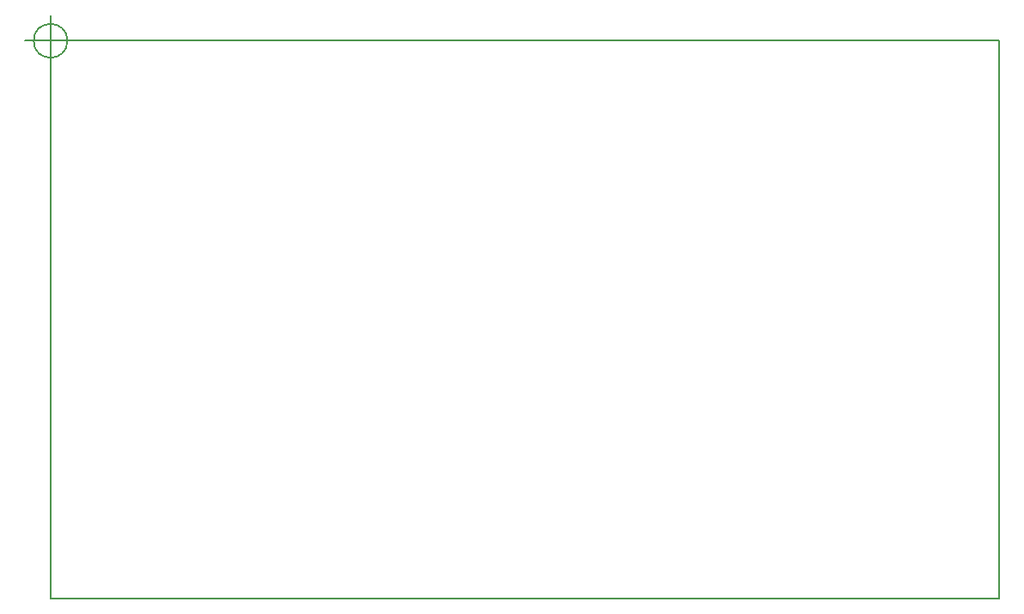
<source format=gbr>
G04 #@! TF.GenerationSoftware,KiCad,Pcbnew,5.1.4*
G04 #@! TF.CreationDate,2020-02-05T09:24:40+03:00*
G04 #@! TF.ProjectId,stm32,73746d33-322e-46b6-9963-61645f706362,rev?*
G04 #@! TF.SameCoordinates,Original*
G04 #@! TF.FileFunction,Profile,NP*
%FSLAX46Y46*%
G04 Gerber Fmt 4.6, Leading zero omitted, Abs format (unit mm)*
G04 Created by KiCad (PCBNEW 5.1.4) date 2020-02-05 09:24:40*
%MOMM*%
%LPD*%
G04 APERTURE LIST*
%ADD10C,0.150000*%
G04 APERTURE END LIST*
D10*
X80500000Y-117500000D02*
X174000000Y-117500000D01*
X174000000Y-62500000D02*
X80500000Y-62500000D01*
X82166666Y-62500000D02*
G75*
G03X82166666Y-62500000I-1666666J0D01*
G01*
X78000000Y-62500000D02*
X83000000Y-62500000D01*
X80500000Y-60000000D02*
X80500000Y-65000000D01*
X80500000Y-117500000D02*
X80500000Y-62500000D01*
X174000000Y-62500000D02*
X174000000Y-117500000D01*
M02*

</source>
